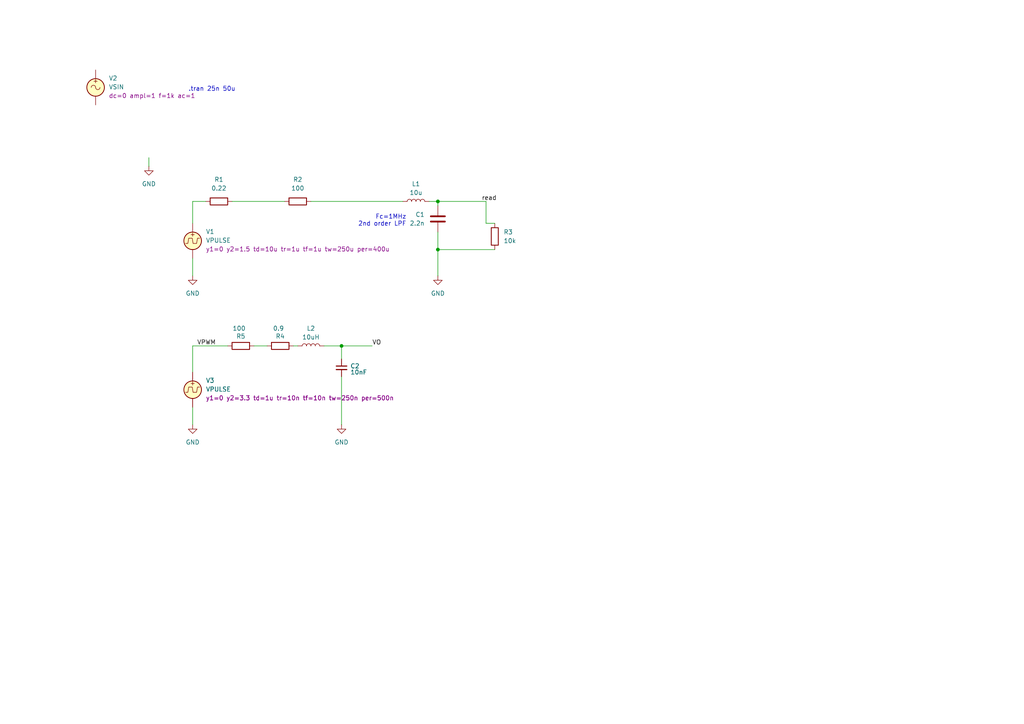
<source format=kicad_sch>
(kicad_sch (version 20231120) (generator "eeschema") (generator_version "8.0")
  (paper "A4")
  (lib_symbols
    (symbol "Device:C" (pin_numbers hide) (pin_names (offset 0.254))
      (property "Reference" "C" (at 0.635 2.54 0))
      (property "Value" "C" (at 0.635 -2.54 0))
      (symbol "C_0_1"
        (polyline (pts (xy -2.032 -0.762) (xy 2.032 -0.762)) (stroke (width 0.508)))
        (polyline (pts (xy -2.032 0.762) (xy 2.032 0.762)) (stroke (width 0.508)))
      )
      (symbol "C_1_1"
        (pin passive line (at 0 3.81 270) (length 2.794) (name "~") (number "1"))
        (pin passive line (at 0 -3.81 90) (length 2.794) (name "~") (number "2"))
      )
    )
    (symbol "Device:C_Small" (pin_numbers hide) (pin_names (offset 0.254) hide)
      (property "Reference" "C" (at 0.254 1.778 0))
      (property "Value" "C_Small" (at 0.254 -2.032 0))
      (symbol "C_Small_0_1"
        (polyline (pts (xy -1.524 -0.508) (xy 1.524 -0.508)) (stroke (width 0.3302)))
        (polyline (pts (xy -1.524 0.508) (xy 1.524 0.508)) (stroke (width 0.3048)))
      )
      (symbol "C_Small_1_1"
        (pin passive line (at 0 2.54 270) (length 2.032) (name "~") (number "1"))
        (pin passive line (at 0 -2.54 90) (length 2.032) (name "~") (number "2"))
      )
    )
    (symbol "Device:L" (pin_numbers hide) (pin_names (offset 1.016) hide)
      (property "Reference" "L" (at -1.27 0 90))
      (property "Value" "L" (at 1.905 0 90))
      (symbol "L_0_1"
        (arc (start 0 -2.54) (mid 0.6323 -1.905) (end 0 -1.27))
        (arc (start 0 -1.27) (mid 0.6323 -0.635) (end 0 0))
        (arc (start 0 0) (mid 0.6323 0.635) (end 0 1.27))
        (arc (start 0 1.27) (mid 0.6323 1.905) (end 0 2.54))
      )
      (symbol "L_1_1"
        (pin passive line (at 0 3.81 270) (length 1.27) (name "1") (number "1"))
        (pin passive line (at 0 -3.81 90) (length 1.27) (name "2") (number "2"))
      )
    )
    (symbol "Device:R" (pin_numbers hide) (pin_names (offset 0))
      (property "Reference" "R" (at 2.032 0 90))
      (property "Value" "R" (at 0 0 90))
      (symbol "R_0_1"
        (rectangle (start -1.016 -2.54) (end 1.016 2.54) (stroke (width 0.254)))
      )
      (symbol "R_1_1"
        (pin passive line (at 0 3.81 270) (length 1.27) (name "~") (number "1"))
        (pin passive line (at 0 -3.81 90) (length 1.27) (name "~") (number "2"))
      )
    )
    (symbol "Simulation_SPICE:VPULSE" (pin_numbers hide) (pin_names (offset 0.0254))
      (property "Reference" "V" (at 2.54 2.54 0))
      (property "Value" "VPULSE" (at 2.54 0 0))
      (property "Sim.Params" "y1=0 y2=1 td=2n tr=2n tf=2n tw=50n per=100n" (at 2.54 -2.54 0))
      (symbol "VPULSE_0_0"
        (polyline (pts (xy -2.032 -0.762) (xy -1.397 -0.762) (xy -1.143 0.762) (xy -0.127 0.762) (xy 0.127 -0.762) (xy 1.143 -0.762) (xy 1.397 0.762) (xy 2.032 0.762)))
        (text "+" (at 0 1.905 0) (effects (font (size 1.27 1.27))))
      )
      (symbol "VPULSE_0_1"
        (circle (center 0 0) (radius 2.54) (stroke (width 0.254)) (fill (type background)))
      )
      (symbol "VPULSE_1_1"
        (pin passive line (at 0 5.08 270) (length 2.54) (name "~") (number "1"))
        (pin passive line (at 0 -5.08 90) (length 2.54) (name "~") (number "2"))
      )
    )
    (symbol "Simulation_SPICE:VSIN" (pin_numbers hide) (pin_names (offset 0.0254))
      (property "Reference" "V" (at 2.54 2.54 0))
      (property "Value" "VSIN" (at 2.54 0 0))
      (property "Sim.Params" "dc=0 ampl=1 f=1k ac=1" (at 2.54 -2.54 0))
      (symbol "VSIN_0_0"
        (arc (start 0 0) (mid -0.635 0.6323) (end -1.27 0))
        (arc (start 0 0) (mid 0.635 -0.6323) (end 1.27 0))
        (text "+" (at 0 1.905 0) (effects (font (size 1.27 1.27))))
      )
      (symbol "VSIN_0_1"
        (circle (center 0 0) (radius 2.54) (stroke (width 0.254)) (fill (type background)))
      )
      (symbol "VSIN_1_1"
        (pin passive line (at 0 5.08 270) (length 2.54) (name "~") (number "1"))
        (pin passive line (at 0 -5.08 90) (length 2.54) (name "~") (number "2"))
      )
    )
    (symbol "power:GND" (power) (pin_numbers hide) (pin_names (offset 0) hide)
      (property "Value" "GND" (at 0 -3.81 0))
      (symbol "GND_0_1"
        (polyline (pts (xy 0 0) (xy 0 -1.27) (xy 1.27 -1.27) (xy 0 -2.54) (xy -1.27 -1.27) (xy 0 -1.27)))
      )
      (symbol "GND_1_1"
        (pin power_in line (at 0 0 270) (length 0) (name "~") (number "1"))
      )
    )
  )
  (junction (at 99.06 100.33))
  (junction (at 127 58.42))
  (junction (at 127 72.39))
  (wire (pts (xy 140.97 58.42) (xy 140.97 64.77)))
  (wire (pts (xy 55.88 100.33) (xy 55.88 107.95)))
  (wire (pts (xy 127 72.39) (xy 127 80.01)))
  (wire (pts (xy 124.46 58.42) (xy 127 58.42)))
  (wire (pts (xy 67.31 58.42) (xy 82.55 58.42)))
  (wire (pts (xy 55.88 118.11) (xy 55.88 123.19)))
  (wire (pts (xy 43.18 45.72) (xy 43.18 48.26)))
  (wire (pts (xy 59.69 58.42) (xy 55.88 58.42)))
  (wire (pts (xy 93.98 100.33) (xy 99.06 100.33)))
  (wire (pts (xy 85.09 100.33) (xy 86.36 100.33)))
  (wire (pts (xy 73.66 100.33) (xy 77.47 100.33)))
  (wire (pts (xy 140.97 58.42) (xy 127 58.42)))
  (wire (pts (xy 127 72.39) (xy 143.51 72.39)))
  (wire (pts (xy 55.88 100.33) (xy 66.04 100.33)))
  (wire (pts (xy 99.06 100.33) (xy 99.06 104.14)))
  (wire (pts (xy 55.88 58.42) (xy 55.88 64.77)))
  (wire (pts (xy 99.06 109.22) (xy 99.06 123.19)))
  (wire (pts (xy 140.97 64.77) (xy 143.51 64.77)))
  (wire (pts (xy 55.88 74.93) (xy 55.88 80.01)))
  (wire (pts (xy 127 67.31) (xy 127 72.39)))
  (wire (pts (xy 127 58.42) (xy 127 59.69)))
  (wire (pts (xy 99.06 100.33) (xy 107.95 100.33)))
  (wire (pts (xy 90.17 58.42) (xy 116.84 58.42)))
  (text "Fc=1MHz\n2nd order LPF" (at 117.856 64.008 0) (effects (font (size 1.27 1.27)) (justify right)))
  (text ".tran 25n 50u" (at 61.468 25.908 0) (effects (font (size 1.27 1.27))))
  (label "VPWM" (at 57.15 100.33 0))
  (label "VO" (at 107.95 100.33 0))
  (label "read" (at 139.7 58.42 0))
  (symbol (lib_id "Device:C_Small") (at 99.06 106.68 0) (unit 1)
    (property "Reference" "C2" (at 101.6 106.172 0) (effects (justify left)))
    (property "Value" "10nF" (at 101.6 107.9562 0) (effects (justify left)))
    (property "Footprint" "Capacitor_SMD:C_0603_1608Metric" (effects (hide yes)))
    (property "Description" "Unpolarized capacitor, small symbol" (effects (hide yes)))
    (property "LCSC" "C57112" (effects (hide yes)))
  )
  (symbol (lib_id "Device:R") (at 63.5 58.42 90) (unit 1)
    (property "Reference" "R1" (at 63.5 52.07 90))
    (property "Value" "0.22" (at 63.5 54.61 90))
    (property "Description" "Resistor" (effects (hide yes)))
  )
  (symbol (lib_id "Device:L") (at 90.17 100.33 90) (unit 1)
    (property "Reference" "L2" (at 90.17 95.25 90))
    (property "Value" "10uH" (at 90.17 97.79 90))
    (property "Footprint" "Inductor_SMD:L_0603_1608Metric" (effects (hide yes)))
    (property "Description" "Inductor" (effects (hide yes)))
    (property "LCSC" "C86083" (effects (hide yes)))
    (property "Sim.Params" "IND=10e-6 CSECT=6.4e-8 DIA=0.8e-3 LENGTH=1.6e-3 TC1=0.001 TC2=0.0001 TNOM=25 MU=100" (effects (hide yes)))
  )
  (symbol (lib_id "Simulation_SPICE:VPULSE") (at 55.88 113.03 0) (unit 1)
    (property "Reference" "V3" (at 59.69 110.3601 0) (effects (justify left)))
    (property "Value" "VPULSE" (at 59.69 112.9001 0) (effects (justify left)))
    (property "Datasheet" "https://ngspice.sourceforge.io/docs/ngspice-html-manual/manual.xhtml#sec_Independent_Sources_for" (effects (hide yes)))
    (property "Description" "Voltage source, pulse" (effects (hide yes)))
    (property "Sim.Pins" "1=+ 2=-" (effects (hide yes)))
    (property "Sim.Type" "PULSE" (effects (hide yes)))
    (property "Sim.Device" "V" (effects (hide yes)))
    (property "Sim.Params" "y1=0 y2=3.3 td=1u tr=10n tf=10n tw=250n per=500n" (at 59.69 115.4401 0) (effects (justify left)))
  )
  (symbol (lib_id "Device:C") (at 127 63.5 0) (unit 1)
    (property "Reference" "C1" (at 123.19 62.2299 0) (effects (justify right)))
    (property "Value" "2.2n" (at 123.19 64.7699 0) (effects (justify right)))
    (property "Description" "Unpolarized capacitor" (effects (hide yes)))
  )
  (symbol (lib_id "power:GND") (at 43.18 48.26 0) (unit 1)
    (property "Reference" "#PWR03" (effects (hide yes)))
    (property "Value" "GND" (at 43.18 53.34 0))
    (property "Description" "Power symbol creates a global label with name \"GND\" , ground" (effects (hide yes)))
  )
  (symbol (lib_id "power:GND") (at 55.88 80.01 0) (unit 1)
    (property "Reference" "#PWR01" (effects (hide yes)))
    (property "Value" "GND" (at 55.88 85.09 0))
    (property "Description" "Power symbol creates a global label with name \"GND\" , ground" (effects (hide yes)))
  )
  (symbol (lib_id "power:GND") (at 55.88 123.19 0) (unit 1)
    (property "Reference" "#PWR04" (effects (hide yes)))
    (property "Value" "GND" (at 55.88 128.27 0))
    (property "Description" "Power symbol creates a global label with name \"GND\" , ground" (effects (hide yes)))
  )
  (symbol (lib_id "Device:R") (at 143.51 68.58 180) (unit 1)
    (property "Reference" "R3" (at 146.05 67.3099 0) (effects (justify right)))
    (property "Value" "10k" (at 146.05 69.8499 0) (effects (justify right)))
    (property "Description" "Resistor" (effects (hide yes)))
  )
  (symbol (lib_id "Device:R") (at 69.85 100.33 270) (unit 1)
    (property "Reference" "R5" (at 69.85 97.536 90))
    (property "Value" "100" (at 69.342 95.25 90))
    (property "Footprint" "Resistor_SMD:R_0603_1608Metric" (effects (hide yes)))
    (property "Description" "Resistor" (effects (hide yes)))
    (property "LCSC" "C21190" (effects (hide yes)))
  )
  (symbol (lib_id "power:GND") (at 99.06 123.19 0) (unit 1)
    (property "Reference" "#PWR05" (effects (hide yes)))
    (property "Value" "GND" (at 99.06 128.27 0))
    (property "Description" "Power symbol creates a global label with name \"GND\" , ground" (effects (hide yes)))
  )
  (symbol (lib_id "Device:R") (at 81.28 100.33 270) (unit 1)
    (property "Reference" "R4" (at 81.28 97.536 90))
    (property "Value" "0.9" (at 80.772 95.25 90))
    (property "Footprint" "Resistor_SMD:R_0603_1608Metric" (effects (hide yes)))
    (property "Description" "Resistor" (effects (hide yes)))
    (property "LCSC" "C21190" (effects (hide yes)))
  )
  (symbol (lib_id "Device:L") (at 120.65 58.42 90) (unit 1)
    (property "Reference" "L1" (at 120.65 53.34 90))
    (property "Value" "10u" (at 120.65 55.88 90))
    (property "Description" "Inductor" (effects (hide yes)))
  )
  (symbol (lib_id "Device:R") (at 86.36 58.42 90) (unit 1)
    (property "Reference" "R2" (at 86.36 52.07 90))
    (property "Value" "100" (at 86.36 54.61 90))
    (property "Description" "Resistor" (effects (hide yes)))
  )
  (symbol (lib_id "Simulation_SPICE:VPULSE") (at 55.88 69.85 0) (unit 1)
    (property "Reference" "V1" (at 59.69 67.1801 0) (effects (justify left)))
    (property "Value" "VPULSE" (at 59.69 69.7201 0) (effects (justify left)))
    (property "Datasheet" "https://ngspice.sourceforge.io/docs/ngspice-html-manual/manual.xhtml#sec_Independent_Sources_for" (effects (hide yes)))
    (property "Description" "Voltage source, pulse" (effects (hide yes)))
    (property "Sim.Pins" "1=+ 2=-" (effects (hide yes)))
    (property "Sim.Type" "PULSE" (effects (hide yes)))
    (property "Sim.Device" "V" (effects (hide yes)))
    (property "Sim.Params" "y1=0 y2=1.5 td=10u tr=1u tf=1u tw=250u per=400u" (at 59.69 72.2601 0) (effects (justify left)))
  )
  (symbol (lib_id "power:GND") (at 127 80.01 0) (unit 1)
    (property "Reference" "#PWR02" (effects (hide yes)))
    (property "Value" "GND" (at 127 85.09 0))
    (property "Description" "Power symbol creates a global label with name \"GND\" , ground" (effects (hide yes)))
  )
  (symbol (lib_id "Simulation_SPICE:VSIN") (at 27.7295 25.3582 0) (unit 1)
    (property "Reference" "V2" (at 31.5395 22.6883 0) (effects (justify left)))
    (property "Value" "VSIN" (at 31.5395 25.2283 0) (effects (justify left)))
    (property "Datasheet" "https://ngspice.sourceforge.io/docs/ngspice-html-manual/manual.xhtml#sec_Independent_Sources_for" (effects (hide yes)))
    (property "Description" "Voltage source, sinusoidal" (effects (hide yes)))
    (property "Sim.Pins" "1=+ 2=-" (effects (hide yes)))
    (property "Sim.Params" "dc=0 ampl=1 f=1k ac=1" (at 31.5395 27.7683 0) (effects (justify left)))
    (property "Sim.Type" "SIN" (effects (hide yes)))
    (property "Sim.Device" "V" (effects (hide yes)))
  )
)
</source>
